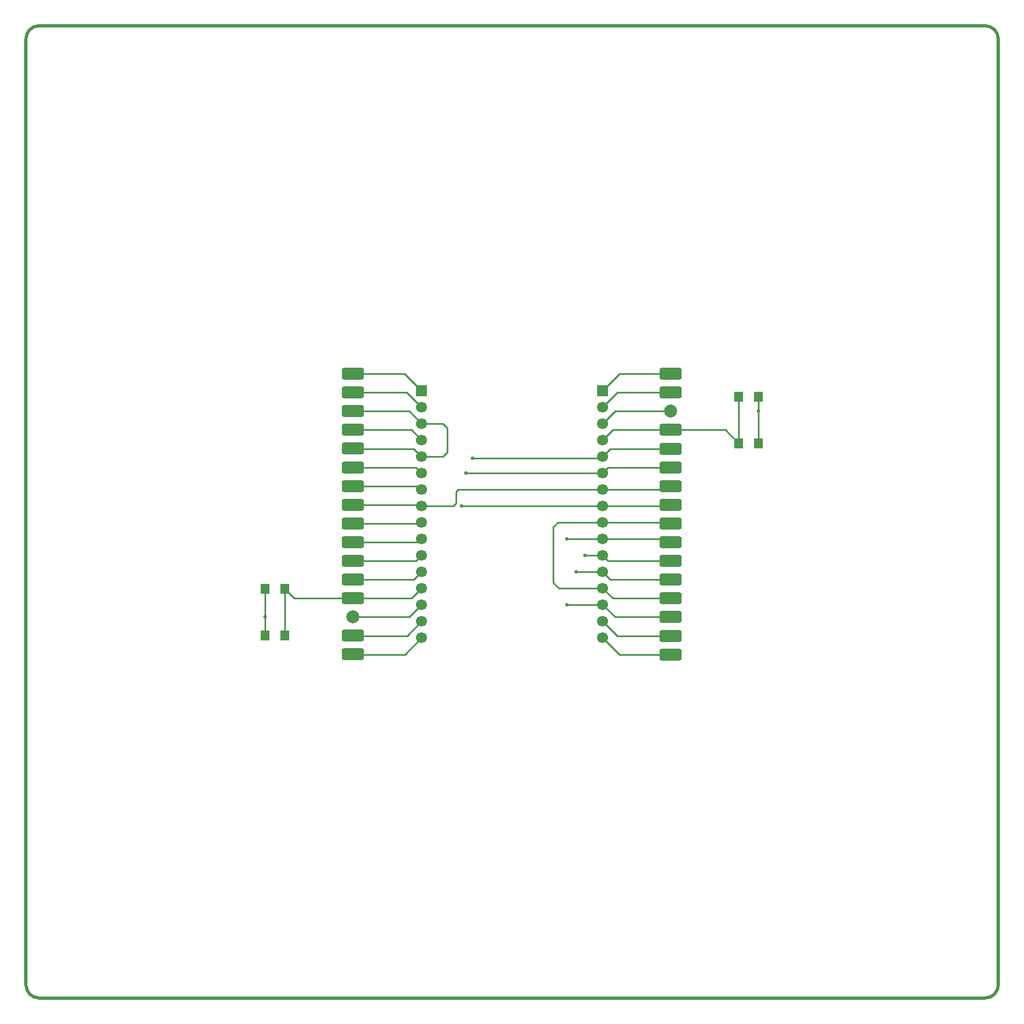
<source format=gbr>
%TF.GenerationSoftware,KiCad,Pcbnew,9.0.4*%
%TF.CreationDate,2025-11-21T09:49:57+00:00*%
%TF.ProjectId,PyBoardTester,5079426f-6172-4645-9465-737465722e6b,rev?*%
%TF.SameCoordinates,Original*%
%TF.FileFunction,Copper,L1,Top*%
%TF.FilePolarity,Positive*%
%FSLAX46Y46*%
G04 Gerber Fmt 4.6, Leading zero omitted, Abs format (unit mm)*
G04 Created by KiCad (PCBNEW 9.0.4) date 2025-11-21 09:49:57*
%MOMM*%
%LPD*%
G01*
G04 APERTURE LIST*
G04 Aperture macros list*
%AMRoundRect*
0 Rectangle with rounded corners*
0 $1 Rounding radius*
0 $2 $3 $4 $5 $6 $7 $8 $9 X,Y pos of 4 corners*
0 Add a 4 corners polygon primitive as box body*
4,1,4,$2,$3,$4,$5,$6,$7,$8,$9,$2,$3,0*
0 Add four circle primitives for the rounded corners*
1,1,$1+$1,$2,$3*
1,1,$1+$1,$4,$5*
1,1,$1+$1,$6,$7*
1,1,$1+$1,$8,$9*
0 Add four rect primitives between the rounded corners*
20,1,$1+$1,$2,$3,$4,$5,0*
20,1,$1+$1,$4,$5,$6,$7,0*
20,1,$1+$1,$6,$7,$8,$9,0*
20,1,$1+$1,$8,$9,$2,$3,0*%
G04 Aperture macros list end*
%TA.AperFunction,SMDPad,CuDef*%
%ADD10RoundRect,0.250000X-1.450000X-0.650000X1.450000X-0.650000X1.450000X0.650000X-1.450000X0.650000X0*%
%TD*%
%TA.AperFunction,ComponentPad*%
%ADD11C,2.000000*%
%TD*%
%TA.AperFunction,SMDPad,CuDef*%
%ADD12R,1.400000X1.600000*%
%TD*%
%TA.AperFunction,ComponentPad*%
%ADD13R,1.700000X1.700000*%
%TD*%
%TA.AperFunction,ComponentPad*%
%ADD14C,1.700000*%
%TD*%
%TA.AperFunction,ViaPad*%
%ADD15C,0.550000*%
%TD*%
%TA.AperFunction,Conductor*%
%ADD16C,0.260000*%
%TD*%
%TA.AperFunction,Profile*%
%ADD17C,0.500000*%
%TD*%
G04 APERTURE END LIST*
D10*
%TO.P,TP1,1,1*%
%TO.N,/PC6-Y1*%
X70440681Y-82689022D03*
%TD*%
%TO.P,TP11,1,1*%
%TO.N,/PB13-Y6*%
X70440681Y-97122355D03*
%TD*%
%TO.P,TP22,1,1*%
%TO.N,/PA1-X2*%
X119464000Y-111567300D03*
%TD*%
D11*
%TO.P,TP27,1,1*%
%TO.N,GND#2*%
X70440681Y-120215689D03*
%TD*%
D10*
%TO.P,TP24,1,1*%
%TO.N,/PA0-X1*%
X119464000Y-114453966D03*
%TD*%
%TO.P,TP3,1,1*%
%TO.N,/PC7-Y2*%
X70440681Y-85575689D03*
%TD*%
%TO.P,TP32,1,1*%
%TO.N,/PA0-X1*%
X119464000Y-126000633D03*
%TD*%
%TO.P,TP14,1,1*%
%TO.N,/PB11-Y10*%
X119464000Y-100020633D03*
%TD*%
%TO.P,TP25,1,1*%
%TO.N,/~{RST}#2*%
X70440681Y-117329022D03*
%TD*%
%TO.P,TP17,1,1*%
%TO.N,/PB0-Y11*%
X70440681Y-105782355D03*
%TD*%
%TO.P,TP10,1,1*%
%TO.N,/PB1-Y12*%
X119464000Y-94247300D03*
%TD*%
%TO.P,TP9,1,1*%
%TO.N,/PB12-Y5*%
X70440681Y-94235689D03*
%TD*%
D12*
%TO.P,~{RST}#1,1,1*%
%TO.N,/~{RST}#1*%
X129964000Y-93400633D03*
X129964000Y-86200633D03*
%TO.P,~{RST}#1,2,2*%
%TO.N,GND#1*%
X132964000Y-93400633D03*
X132964000Y-86200633D03*
%TD*%
D10*
%TO.P,TP21,1,1*%
%TO.N,/PC4-X11*%
X70440681Y-111555689D03*
%TD*%
%TO.P,TP20,1,1*%
%TO.N,/PA2-X3*%
X119464000Y-108680633D03*
%TD*%
%TO.P,TP26,1,1*%
%TO.N,/PA3-X4*%
X119464000Y-117340633D03*
%TD*%
%TO.P,TP28,1,1*%
%TO.N,/PA2-X3*%
X119464000Y-120227300D03*
%TD*%
%TO.P,TP5,1,1*%
%TO.N,/PB12-Y5*%
X70440681Y-88462355D03*
%TD*%
%TO.P,TP7,1,1*%
%TO.N,/PB13-Y6*%
X70440681Y-91349022D03*
%TD*%
%TO.P,TP30,1,1*%
%TO.N,/PA1-X2*%
X119464000Y-123113966D03*
%TD*%
%TO.P,TP15,1,1*%
%TO.N,/PB11-Y10*%
X70440681Y-102895689D03*
%TD*%
D13*
%TO.P,J1,1,Pin_1*%
%TO.N,/PC6-Y1*%
X81030000Y-85312633D03*
D14*
%TO.P,J1,2,Pin_2*%
%TO.N,/PC7-Y2*%
X81030000Y-87852633D03*
%TO.P,J1,3,Pin_3*%
%TO.N,/PB12-Y5*%
X81030000Y-90392633D03*
%TO.P,J1,4,Pin_4*%
%TO.N,/PB13-Y6*%
X81030000Y-92932633D03*
%TO.P,J1,5,Pin_5*%
%TO.N,/PB12-Y5*%
X81030000Y-95472633D03*
%TO.P,J1,6,Pin_6*%
%TO.N,/PB13-Y6*%
X81030000Y-98012633D03*
%TO.P,J1,7,Pin_7*%
%TO.N,/PB10-Y9*%
X81030000Y-100552633D03*
%TO.P,J1,8,Pin_8*%
%TO.N,/PB11-Y10*%
X81030000Y-103092633D03*
%TO.P,J1,9,Pin_9*%
%TO.N,/PB0-Y11*%
X81030000Y-105632633D03*
%TO.P,J1,10,Pin_10*%
%TO.N,/PB1-Y12*%
X81030000Y-108172633D03*
%TO.P,J1,11,Pin_11*%
%TO.N,/PC4-X11*%
X81030000Y-110712633D03*
%TO.P,J1,12,Pin_12*%
%TO.N,/PC5-X12*%
X81030000Y-113252633D03*
%TO.P,J1,13,Pin_13*%
%TO.N,/~{RST}#2*%
X81030000Y-115792633D03*
%TO.P,J1,14,Pin_14*%
%TO.N,GND#2*%
X81030000Y-118332633D03*
%TO.P,J1,15,Pin_15*%
%TO.N,+3V3#2*%
X81030000Y-120872633D03*
%TO.P,J1,16,Pin_16*%
%TO.N,V+#2*%
X81030000Y-123412633D03*
%TD*%
D10*
%TO.P,TP13,1,1*%
%TO.N,/PB10-Y9*%
X70440681Y-100009022D03*
%TD*%
%TO.P,TP12,1,1*%
%TO.N,/PB0-Y11*%
X119464000Y-97133966D03*
%TD*%
%TO.P,TP23,1,1*%
%TO.N,/PC5-X12*%
X70440681Y-114442355D03*
%TD*%
%TO.P,TP18,1,1*%
%TO.N,/PA3-X4*%
X119464000Y-105793966D03*
%TD*%
%TO.P,TP16,1,1*%
%TO.N,/PB10-Y9*%
X119464000Y-102907300D03*
%TD*%
%TO.P,TP2,1,1*%
%TO.N,V+#1*%
X119464000Y-82700633D03*
%TD*%
D12*
%TO.P,~{RST}#2,1,1*%
%TO.N,GND#2*%
X56914000Y-123050633D03*
X56914000Y-115850633D03*
%TO.P,~{RST}#2,2,2*%
%TO.N,/~{RST}#2*%
X59914000Y-123050633D03*
X59914000Y-115850633D03*
%TD*%
D10*
%TO.P,TP8,1,1*%
%TO.N,/~{RST}#1*%
X119464000Y-91360633D03*
%TD*%
D11*
%TO.P,TP6,1,1*%
%TO.N,GND#1*%
X119464000Y-88473966D03*
%TD*%
D13*
%TO.P,J2,1,Pin_1*%
%TO.N,V+#1*%
X108964000Y-85300633D03*
D14*
%TO.P,J2,2,Pin_2*%
%TO.N,+3V3#1*%
X108964000Y-87840633D03*
%TO.P,J2,3,Pin_3*%
%TO.N,GND#1*%
X108964000Y-90380633D03*
%TO.P,J2,4,Pin_4*%
%TO.N,/~{RST}#1*%
X108964000Y-92920633D03*
%TO.P,J2,5,Pin_5*%
%TO.N,/PB1-Y12*%
X108964000Y-95460633D03*
%TO.P,J2,6,Pin_6*%
%TO.N,/PB0-Y11*%
X108964000Y-98000633D03*
%TO.P,J2,7,Pin_7*%
%TO.N,/PB11-Y10*%
X108964000Y-100540633D03*
%TO.P,J2,8,Pin_8*%
%TO.N,/PB10-Y9*%
X108964000Y-103080633D03*
%TO.P,J2,9,Pin_9*%
%TO.N,/PA3-X4*%
X108964000Y-105620633D03*
%TO.P,J2,10,Pin_10*%
%TO.N,/PA2-X3*%
X108964000Y-108160633D03*
%TO.P,J2,11,Pin_11*%
%TO.N,/PA1-X2*%
X108964000Y-110700633D03*
%TO.P,J2,12,Pin_12*%
%TO.N,/PA0-X1*%
X108964000Y-113240633D03*
%TO.P,J2,13,Pin_13*%
%TO.N,/PA3-X4*%
X108964000Y-115780633D03*
%TO.P,J2,14,Pin_14*%
%TO.N,/PA2-X3*%
X108964000Y-118320633D03*
%TO.P,J2,15,Pin_15*%
%TO.N,/PA1-X2*%
X108964000Y-120860633D03*
%TO.P,J2,16,Pin_16*%
%TO.N,/PA0-X1*%
X108964000Y-123400633D03*
%TD*%
D10*
%TO.P,TP19,1,1*%
%TO.N,/PB1-Y12*%
X70440681Y-108669022D03*
%TD*%
%TO.P,TP31,1,1*%
%TO.N,V+#2*%
X70440681Y-125989022D03*
%TD*%
%TO.P,TP4,1,1*%
%TO.N,+3V3#1*%
X119464000Y-85587300D03*
%TD*%
%TO.P,TP29,1,1*%
%TO.N,+3V3#2*%
X70440681Y-123102355D03*
%TD*%
D15*
%TO.N,GND#2*%
X56914000Y-120200633D03*
%TO.N,/PA2-X3*%
X103414000Y-108150633D03*
X103414000Y-118300633D03*
%TO.N,/PA0-X1*%
X104914000Y-113250633D03*
%TO.N,/PB0-Y11*%
X87900000Y-98000633D03*
%TO.N,GND#1*%
X132964000Y-88450633D03*
%TO.N,/PB1-Y12*%
X88850000Y-95750633D03*
%TO.N,/PB10-Y9*%
X87200000Y-103080633D03*
%TO.N,/PA1-X2*%
X106264000Y-110700633D03*
%TD*%
D16*
%TO.N,/~{RST}#2*%
X61392389Y-117329022D02*
X70440681Y-117329022D01*
X70440681Y-117329022D02*
X70429070Y-117340633D01*
X79482000Y-117340633D02*
X81030000Y-115792633D01*
X59914000Y-115850633D02*
X61392389Y-117329022D01*
X59914000Y-123050633D02*
X59914000Y-115850633D01*
X70452292Y-117340633D02*
X79482000Y-117340633D01*
X70440681Y-117329022D02*
X70452292Y-117340633D01*
%TO.N,+3V3#2*%
X70440681Y-123102355D02*
X70452292Y-123113966D01*
X70452292Y-123113966D02*
X78788667Y-123113966D01*
X78788667Y-123113966D02*
X81030000Y-120872633D01*
%TO.N,V+#2*%
X70452292Y-126000633D02*
X70440681Y-125989022D01*
X81030000Y-123412633D02*
X78442000Y-126000633D01*
X78442000Y-126000633D02*
X70452292Y-126000633D01*
%TO.N,V+#1*%
X111564000Y-82700633D02*
X119464000Y-82700633D01*
X108964000Y-85300633D02*
X111564000Y-82700633D01*
%TO.N,+3V3#1*%
X108964000Y-87840633D02*
X111217333Y-85587300D01*
X111217333Y-85587300D02*
X119464000Y-85587300D01*
%TO.N,/~{RST}#1*%
X127924000Y-91360633D02*
X129964000Y-93400633D01*
X119464000Y-91360633D02*
X127924000Y-91360633D01*
X108964000Y-92920633D02*
X110524000Y-91360633D01*
X110524000Y-91360633D02*
X119464000Y-91360633D01*
X129964000Y-86200633D02*
X129964000Y-93400633D01*
%TO.N,/PC5-X12*%
X79828667Y-114453966D02*
X81030000Y-113252633D01*
X70440681Y-114442355D02*
X70452292Y-114453966D01*
X70452292Y-114453966D02*
X79828667Y-114453966D01*
%TO.N,/PC7-Y2*%
X78764667Y-85587300D02*
X81030000Y-87852633D01*
X70452292Y-85587300D02*
X78764667Y-85587300D01*
X70440681Y-85575689D02*
X70452292Y-85587300D01*
%TO.N,GND#2*%
X70452292Y-120227300D02*
X79135333Y-120227300D01*
X56914000Y-120200633D02*
X56914000Y-115850633D01*
X56914000Y-123050633D02*
X56914000Y-120200633D01*
X79135333Y-120227300D02*
X81030000Y-118332633D01*
X70440681Y-120215689D02*
X70452292Y-120227300D01*
%TO.N,/PB13-Y6*%
X70452292Y-97133966D02*
X80151333Y-97133966D01*
X70440681Y-91349022D02*
X70452292Y-91360633D01*
X70452292Y-91360633D02*
X79458000Y-91360633D01*
X79458000Y-91360633D02*
X81030000Y-92932633D01*
X80151333Y-97133966D02*
X81030000Y-98012633D01*
X70440681Y-97122355D02*
X70452292Y-97133966D01*
X81048000Y-92950633D02*
X81030000Y-92932633D01*
%TO.N,/PB12-Y5*%
X79111333Y-88473966D02*
X81030000Y-90392633D01*
X85014000Y-94750633D02*
X84292000Y-95472633D01*
X70440681Y-88462355D02*
X70452292Y-88473966D01*
X79804667Y-94247300D02*
X81030000Y-95472633D01*
X85014000Y-91100633D02*
X85014000Y-94750633D01*
X84306000Y-90392633D02*
X85014000Y-91100633D01*
X81030000Y-90392633D02*
X84306000Y-90392633D01*
X70452292Y-94247300D02*
X79804667Y-94247300D01*
X81088000Y-90450633D02*
X81030000Y-90392633D01*
X70440681Y-94235689D02*
X70452292Y-94247300D01*
X84292000Y-95472633D02*
X81030000Y-95472633D01*
X70452292Y-88473966D02*
X79111333Y-88473966D01*
%TO.N,/PC6-Y1*%
X70440681Y-82689022D02*
X70452292Y-82700633D01*
X70452292Y-82700633D02*
X78418000Y-82700633D01*
X78418000Y-82700633D02*
X81030000Y-85312633D01*
%TO.N,/PA2-X3*%
X108964000Y-108160633D02*
X105124000Y-108160633D01*
X108964000Y-108160633D02*
X118944000Y-108160633D01*
X105124000Y-108160633D02*
X105114000Y-108150633D01*
X103414000Y-118300633D02*
X103814000Y-118300633D01*
X110870667Y-120227300D02*
X119464000Y-120227300D01*
X108964000Y-118320633D02*
X110870667Y-120227300D01*
X103834000Y-118320633D02*
X108964000Y-118320633D01*
X118944000Y-108160633D02*
X119464000Y-108680633D01*
X103814000Y-118300633D02*
X103834000Y-118320633D01*
X105114000Y-108150633D02*
X103414000Y-108150633D01*
%TO.N,/PA3-X4*%
X108964000Y-115780633D02*
X110524000Y-117340633D01*
X108964000Y-105620633D02*
X119290667Y-105620633D01*
X110524000Y-117340633D02*
X119464000Y-117340633D01*
X119290667Y-105620633D02*
X119464000Y-105793966D01*
X102244000Y-115780633D02*
X108964000Y-115780633D01*
X101364000Y-114900633D02*
X102244000Y-115780633D01*
X108964000Y-105620633D02*
X102079367Y-105620633D01*
X102079367Y-105620633D02*
X101364000Y-106336000D01*
X101364000Y-106336000D02*
X101364000Y-114900633D01*
%TO.N,/PC4-X11*%
X70440681Y-111555689D02*
X70452292Y-111567300D01*
X80175333Y-111567300D02*
X81030000Y-110712633D01*
X70452292Y-111567300D02*
X80175333Y-111567300D01*
%TO.N,/PA0-X1*%
X108964000Y-113240633D02*
X106874000Y-113240633D01*
X106874000Y-113240633D02*
X106864000Y-113250633D01*
X106864000Y-113250633D02*
X104914000Y-113250633D01*
X110177333Y-114453966D02*
X119464000Y-114453966D01*
X108964000Y-123400633D02*
X111564000Y-126000633D01*
X111564000Y-126000633D02*
X119464000Y-126000633D01*
X108964000Y-113240633D02*
X110177333Y-114453966D01*
%TO.N,/PB0-Y11*%
X70452292Y-105793966D02*
X80868667Y-105793966D01*
X108964000Y-98000633D02*
X109830667Y-97133966D01*
X80868667Y-105793966D02*
X81030000Y-105632633D01*
X87900000Y-98000633D02*
X108964000Y-98000633D01*
X70440681Y-105782355D02*
X70452292Y-105793966D01*
X109830667Y-97133966D02*
X119464000Y-97133966D01*
%TO.N,/PB11-Y10*%
X108964000Y-100540633D02*
X118944000Y-100540633D01*
X86350000Y-100850000D02*
X86350000Y-102700000D01*
X70440681Y-102895689D02*
X70452292Y-102907300D01*
X118944000Y-100540633D02*
X119464000Y-100020633D01*
X80844667Y-102907300D02*
X81030000Y-103092633D01*
X85957367Y-103092633D02*
X81030000Y-103092633D01*
X86659367Y-100540633D02*
X86350000Y-100850000D01*
X108964000Y-100540633D02*
X86659367Y-100540633D01*
X86350000Y-102700000D02*
X85957367Y-103092633D01*
X70452292Y-102907300D02*
X80844667Y-102907300D01*
%TO.N,GND#1*%
X110870667Y-88473966D02*
X119464000Y-88473966D01*
X132964000Y-88450633D02*
X132964000Y-86200633D01*
X108964000Y-90380633D02*
X110870667Y-88473966D01*
X132964000Y-93400633D02*
X132964000Y-88450633D01*
%TO.N,/PB1-Y12*%
X110177333Y-94247300D02*
X119464000Y-94247300D01*
X70440681Y-108669022D02*
X70452292Y-108680633D01*
X108674000Y-95750633D02*
X108964000Y-95460633D01*
X88850000Y-95750633D02*
X108674000Y-95750633D01*
X108964000Y-95460633D02*
X110177333Y-94247300D01*
X70452292Y-108680633D02*
X80522000Y-108680633D01*
X80522000Y-108680633D02*
X81030000Y-108172633D01*
%TO.N,/PB10-Y9*%
X87200000Y-103080633D02*
X108964000Y-103080633D01*
X70440681Y-100009022D02*
X70452292Y-100020633D01*
X119290667Y-103080633D02*
X119464000Y-102907300D01*
X108964000Y-103080633D02*
X119290667Y-103080633D01*
X70452292Y-100020633D02*
X80498000Y-100020633D01*
X80498000Y-100020633D02*
X81030000Y-100552633D01*
%TO.N,/PA1-X2*%
X108964000Y-120860633D02*
X111217333Y-123113966D01*
X108964000Y-110700633D02*
X106714000Y-110700633D01*
X109830667Y-111567300D02*
X119464000Y-111567300D01*
X111217333Y-123113966D02*
X119464000Y-123113966D01*
X108964000Y-110700633D02*
X109830667Y-111567300D01*
X106714000Y-110700633D02*
X106264000Y-110700633D01*
%TD*%
D17*
X170000000Y-31000000D02*
X170000000Y-177000000D01*
X22000000Y-179000000D02*
G75*
G02*
X20000000Y-177000000I0J2000000D01*
G01*
X22000000Y-29000000D02*
X168000000Y-29000000D01*
X168000000Y-179000000D02*
X22000000Y-179000000D01*
X168000000Y-29000000D02*
G75*
G02*
X170000000Y-31000000I0J-2000000D01*
G01*
X20000000Y-177000000D02*
X20000000Y-31000000D01*
X170000000Y-177000000D02*
G75*
G02*
X168000000Y-179000000I-2000000J0D01*
G01*
X20000000Y-31000000D02*
G75*
G02*
X22000000Y-29000000I2000000J0D01*
G01*
M02*

</source>
